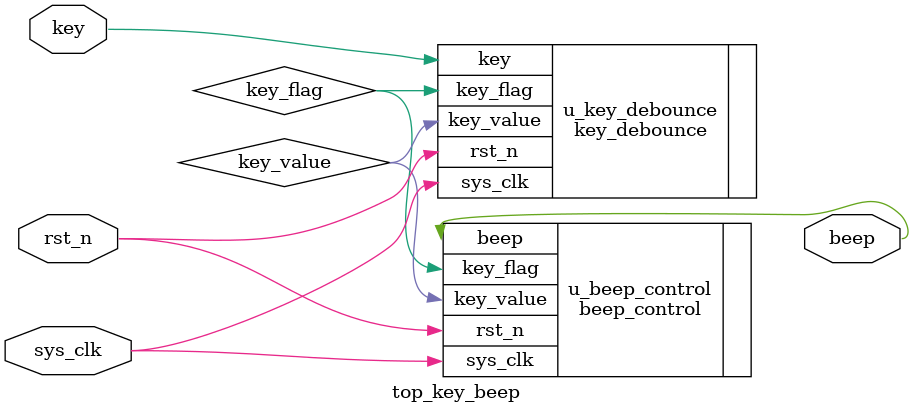
<source format=v>
module top_key_beep(
	input 		   sys_clk,
	input          rst_n,
	
	input 			key,
	output  		   beep
);

wire key_value;
wire key_flag;

key_debounce u_key_debounce(
	.sys_clk			(sys_clk),
	.rst_n			(rst_n),
			
	.key				(key),
	.key_value		(key_value),
	.key_flag		(key_flag)	
);

beep_control u_beep_control(
	.sys_clk			(sys_clk),
	.rst_n			(rst_n),
	
	.key_flag		(key_flag),
	.key_value		(key_value),
	.beep				(beep)
);

endmodule

</source>
